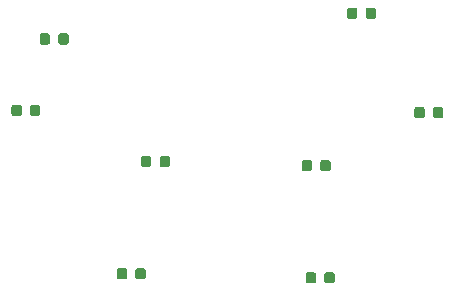
<source format=gbr>
G04 #@! TF.GenerationSoftware,KiCad,Pcbnew,(5.1.5)-3*
G04 #@! TF.CreationDate,2020-10-24T11:26:36-07:00*
G04 #@! TF.ProjectId,xmas_heart_2020,786d6173-5f68-4656-9172-745f32303230,rev?*
G04 #@! TF.SameCoordinates,Original*
G04 #@! TF.FileFunction,Paste,Top*
G04 #@! TF.FilePolarity,Positive*
%FSLAX46Y46*%
G04 Gerber Fmt 4.6, Leading zero omitted, Abs format (unit mm)*
G04 Created by KiCad (PCBNEW (5.1.5)-3) date 2020-10-24 11:26:36*
%MOMM*%
%LPD*%
G04 APERTURE LIST*
%ADD10C,0.100000*%
G04 APERTURE END LIST*
D10*
G36*
X89965191Y-24501053D02*
G01*
X89986426Y-24504203D01*
X90007250Y-24509419D01*
X90027462Y-24516651D01*
X90046868Y-24525830D01*
X90065281Y-24536866D01*
X90082524Y-24549654D01*
X90098430Y-24564070D01*
X90112846Y-24579976D01*
X90125634Y-24597219D01*
X90136670Y-24615632D01*
X90145849Y-24635038D01*
X90153081Y-24655250D01*
X90158297Y-24676074D01*
X90161447Y-24697309D01*
X90162500Y-24718750D01*
X90162500Y-25231250D01*
X90161447Y-25252691D01*
X90158297Y-25273926D01*
X90153081Y-25294750D01*
X90145849Y-25314962D01*
X90136670Y-25334368D01*
X90125634Y-25352781D01*
X90112846Y-25370024D01*
X90098430Y-25385930D01*
X90082524Y-25400346D01*
X90065281Y-25413134D01*
X90046868Y-25424170D01*
X90027462Y-25433349D01*
X90007250Y-25440581D01*
X89986426Y-25445797D01*
X89965191Y-25448947D01*
X89943750Y-25450000D01*
X89506250Y-25450000D01*
X89484809Y-25448947D01*
X89463574Y-25445797D01*
X89442750Y-25440581D01*
X89422538Y-25433349D01*
X89403132Y-25424170D01*
X89384719Y-25413134D01*
X89367476Y-25400346D01*
X89351570Y-25385930D01*
X89337154Y-25370024D01*
X89324366Y-25352781D01*
X89313330Y-25334368D01*
X89304151Y-25314962D01*
X89296919Y-25294750D01*
X89291703Y-25273926D01*
X89288553Y-25252691D01*
X89287500Y-25231250D01*
X89287500Y-24718750D01*
X89288553Y-24697309D01*
X89291703Y-24676074D01*
X89296919Y-24655250D01*
X89304151Y-24635038D01*
X89313330Y-24615632D01*
X89324366Y-24597219D01*
X89337154Y-24579976D01*
X89351570Y-24564070D01*
X89367476Y-24549654D01*
X89384719Y-24536866D01*
X89403132Y-24525830D01*
X89422538Y-24516651D01*
X89442750Y-24509419D01*
X89463574Y-24504203D01*
X89484809Y-24501053D01*
X89506250Y-24500000D01*
X89943750Y-24500000D01*
X89965191Y-24501053D01*
G37*
G36*
X91540191Y-24501053D02*
G01*
X91561426Y-24504203D01*
X91582250Y-24509419D01*
X91602462Y-24516651D01*
X91621868Y-24525830D01*
X91640281Y-24536866D01*
X91657524Y-24549654D01*
X91673430Y-24564070D01*
X91687846Y-24579976D01*
X91700634Y-24597219D01*
X91711670Y-24615632D01*
X91720849Y-24635038D01*
X91728081Y-24655250D01*
X91733297Y-24676074D01*
X91736447Y-24697309D01*
X91737500Y-24718750D01*
X91737500Y-25231250D01*
X91736447Y-25252691D01*
X91733297Y-25273926D01*
X91728081Y-25294750D01*
X91720849Y-25314962D01*
X91711670Y-25334368D01*
X91700634Y-25352781D01*
X91687846Y-25370024D01*
X91673430Y-25385930D01*
X91657524Y-25400346D01*
X91640281Y-25413134D01*
X91621868Y-25424170D01*
X91602462Y-25433349D01*
X91582250Y-25440581D01*
X91561426Y-25445797D01*
X91540191Y-25448947D01*
X91518750Y-25450000D01*
X91081250Y-25450000D01*
X91059809Y-25448947D01*
X91038574Y-25445797D01*
X91017750Y-25440581D01*
X90997538Y-25433349D01*
X90978132Y-25424170D01*
X90959719Y-25413134D01*
X90942476Y-25400346D01*
X90926570Y-25385930D01*
X90912154Y-25370024D01*
X90899366Y-25352781D01*
X90888330Y-25334368D01*
X90879151Y-25314962D01*
X90871919Y-25294750D01*
X90866703Y-25273926D01*
X90863553Y-25252691D01*
X90862500Y-25231250D01*
X90862500Y-24718750D01*
X90863553Y-24697309D01*
X90866703Y-24676074D01*
X90871919Y-24655250D01*
X90879151Y-24635038D01*
X90888330Y-24615632D01*
X90899366Y-24597219D01*
X90912154Y-24579976D01*
X90926570Y-24564070D01*
X90942476Y-24549654D01*
X90959719Y-24536866D01*
X90978132Y-24525830D01*
X90997538Y-24516651D01*
X91017750Y-24509419D01*
X91038574Y-24504203D01*
X91059809Y-24501053D01*
X91081250Y-24500000D01*
X91518750Y-24500000D01*
X91540191Y-24501053D01*
G37*
G36*
X115990191Y-22326053D02*
G01*
X116011426Y-22329203D01*
X116032250Y-22334419D01*
X116052462Y-22341651D01*
X116071868Y-22350830D01*
X116090281Y-22361866D01*
X116107524Y-22374654D01*
X116123430Y-22389070D01*
X116137846Y-22404976D01*
X116150634Y-22422219D01*
X116161670Y-22440632D01*
X116170849Y-22460038D01*
X116178081Y-22480250D01*
X116183297Y-22501074D01*
X116186447Y-22522309D01*
X116187500Y-22543750D01*
X116187500Y-23056250D01*
X116186447Y-23077691D01*
X116183297Y-23098926D01*
X116178081Y-23119750D01*
X116170849Y-23139962D01*
X116161670Y-23159368D01*
X116150634Y-23177781D01*
X116137846Y-23195024D01*
X116123430Y-23210930D01*
X116107524Y-23225346D01*
X116090281Y-23238134D01*
X116071868Y-23249170D01*
X116052462Y-23258349D01*
X116032250Y-23265581D01*
X116011426Y-23270797D01*
X115990191Y-23273947D01*
X115968750Y-23275000D01*
X115531250Y-23275000D01*
X115509809Y-23273947D01*
X115488574Y-23270797D01*
X115467750Y-23265581D01*
X115447538Y-23258349D01*
X115428132Y-23249170D01*
X115409719Y-23238134D01*
X115392476Y-23225346D01*
X115376570Y-23210930D01*
X115362154Y-23195024D01*
X115349366Y-23177781D01*
X115338330Y-23159368D01*
X115329151Y-23139962D01*
X115321919Y-23119750D01*
X115316703Y-23098926D01*
X115313553Y-23077691D01*
X115312500Y-23056250D01*
X115312500Y-22543750D01*
X115313553Y-22522309D01*
X115316703Y-22501074D01*
X115321919Y-22480250D01*
X115329151Y-22460038D01*
X115338330Y-22440632D01*
X115349366Y-22422219D01*
X115362154Y-22404976D01*
X115376570Y-22389070D01*
X115392476Y-22374654D01*
X115409719Y-22361866D01*
X115428132Y-22350830D01*
X115447538Y-22341651D01*
X115467750Y-22334419D01*
X115488574Y-22329203D01*
X115509809Y-22326053D01*
X115531250Y-22325000D01*
X115968750Y-22325000D01*
X115990191Y-22326053D01*
G37*
G36*
X117565191Y-22326053D02*
G01*
X117586426Y-22329203D01*
X117607250Y-22334419D01*
X117627462Y-22341651D01*
X117646868Y-22350830D01*
X117665281Y-22361866D01*
X117682524Y-22374654D01*
X117698430Y-22389070D01*
X117712846Y-22404976D01*
X117725634Y-22422219D01*
X117736670Y-22440632D01*
X117745849Y-22460038D01*
X117753081Y-22480250D01*
X117758297Y-22501074D01*
X117761447Y-22522309D01*
X117762500Y-22543750D01*
X117762500Y-23056250D01*
X117761447Y-23077691D01*
X117758297Y-23098926D01*
X117753081Y-23119750D01*
X117745849Y-23139962D01*
X117736670Y-23159368D01*
X117725634Y-23177781D01*
X117712846Y-23195024D01*
X117698430Y-23210930D01*
X117682524Y-23225346D01*
X117665281Y-23238134D01*
X117646868Y-23249170D01*
X117627462Y-23258349D01*
X117607250Y-23265581D01*
X117586426Y-23270797D01*
X117565191Y-23273947D01*
X117543750Y-23275000D01*
X117106250Y-23275000D01*
X117084809Y-23273947D01*
X117063574Y-23270797D01*
X117042750Y-23265581D01*
X117022538Y-23258349D01*
X117003132Y-23249170D01*
X116984719Y-23238134D01*
X116967476Y-23225346D01*
X116951570Y-23210930D01*
X116937154Y-23195024D01*
X116924366Y-23177781D01*
X116913330Y-23159368D01*
X116904151Y-23139962D01*
X116896919Y-23119750D01*
X116891703Y-23098926D01*
X116888553Y-23077691D01*
X116887500Y-23056250D01*
X116887500Y-22543750D01*
X116888553Y-22522309D01*
X116891703Y-22501074D01*
X116896919Y-22480250D01*
X116904151Y-22460038D01*
X116913330Y-22440632D01*
X116924366Y-22422219D01*
X116937154Y-22404976D01*
X116951570Y-22389070D01*
X116967476Y-22374654D01*
X116984719Y-22361866D01*
X117003132Y-22350830D01*
X117022538Y-22341651D01*
X117042750Y-22334419D01*
X117063574Y-22329203D01*
X117084809Y-22326053D01*
X117106250Y-22325000D01*
X117543750Y-22325000D01*
X117565191Y-22326053D01*
G37*
G36*
X87577691Y-30551053D02*
G01*
X87598926Y-30554203D01*
X87619750Y-30559419D01*
X87639962Y-30566651D01*
X87659368Y-30575830D01*
X87677781Y-30586866D01*
X87695024Y-30599654D01*
X87710930Y-30614070D01*
X87725346Y-30629976D01*
X87738134Y-30647219D01*
X87749170Y-30665632D01*
X87758349Y-30685038D01*
X87765581Y-30705250D01*
X87770797Y-30726074D01*
X87773947Y-30747309D01*
X87775000Y-30768750D01*
X87775000Y-31281250D01*
X87773947Y-31302691D01*
X87770797Y-31323926D01*
X87765581Y-31344750D01*
X87758349Y-31364962D01*
X87749170Y-31384368D01*
X87738134Y-31402781D01*
X87725346Y-31420024D01*
X87710930Y-31435930D01*
X87695024Y-31450346D01*
X87677781Y-31463134D01*
X87659368Y-31474170D01*
X87639962Y-31483349D01*
X87619750Y-31490581D01*
X87598926Y-31495797D01*
X87577691Y-31498947D01*
X87556250Y-31500000D01*
X87118750Y-31500000D01*
X87097309Y-31498947D01*
X87076074Y-31495797D01*
X87055250Y-31490581D01*
X87035038Y-31483349D01*
X87015632Y-31474170D01*
X86997219Y-31463134D01*
X86979976Y-31450346D01*
X86964070Y-31435930D01*
X86949654Y-31420024D01*
X86936866Y-31402781D01*
X86925830Y-31384368D01*
X86916651Y-31364962D01*
X86909419Y-31344750D01*
X86904203Y-31323926D01*
X86901053Y-31302691D01*
X86900000Y-31281250D01*
X86900000Y-30768750D01*
X86901053Y-30747309D01*
X86904203Y-30726074D01*
X86909419Y-30705250D01*
X86916651Y-30685038D01*
X86925830Y-30665632D01*
X86936866Y-30647219D01*
X86949654Y-30629976D01*
X86964070Y-30614070D01*
X86979976Y-30599654D01*
X86997219Y-30586866D01*
X87015632Y-30575830D01*
X87035038Y-30566651D01*
X87055250Y-30559419D01*
X87076074Y-30554203D01*
X87097309Y-30551053D01*
X87118750Y-30550000D01*
X87556250Y-30550000D01*
X87577691Y-30551053D01*
G37*
G36*
X89152691Y-30551053D02*
G01*
X89173926Y-30554203D01*
X89194750Y-30559419D01*
X89214962Y-30566651D01*
X89234368Y-30575830D01*
X89252781Y-30586866D01*
X89270024Y-30599654D01*
X89285930Y-30614070D01*
X89300346Y-30629976D01*
X89313134Y-30647219D01*
X89324170Y-30665632D01*
X89333349Y-30685038D01*
X89340581Y-30705250D01*
X89345797Y-30726074D01*
X89348947Y-30747309D01*
X89350000Y-30768750D01*
X89350000Y-31281250D01*
X89348947Y-31302691D01*
X89345797Y-31323926D01*
X89340581Y-31344750D01*
X89333349Y-31364962D01*
X89324170Y-31384368D01*
X89313134Y-31402781D01*
X89300346Y-31420024D01*
X89285930Y-31435930D01*
X89270024Y-31450346D01*
X89252781Y-31463134D01*
X89234368Y-31474170D01*
X89214962Y-31483349D01*
X89194750Y-31490581D01*
X89173926Y-31495797D01*
X89152691Y-31498947D01*
X89131250Y-31500000D01*
X88693750Y-31500000D01*
X88672309Y-31498947D01*
X88651074Y-31495797D01*
X88630250Y-31490581D01*
X88610038Y-31483349D01*
X88590632Y-31474170D01*
X88572219Y-31463134D01*
X88554976Y-31450346D01*
X88539070Y-31435930D01*
X88524654Y-31420024D01*
X88511866Y-31402781D01*
X88500830Y-31384368D01*
X88491651Y-31364962D01*
X88484419Y-31344750D01*
X88479203Y-31323926D01*
X88476053Y-31302691D01*
X88475000Y-31281250D01*
X88475000Y-30768750D01*
X88476053Y-30747309D01*
X88479203Y-30726074D01*
X88484419Y-30705250D01*
X88491651Y-30685038D01*
X88500830Y-30665632D01*
X88511866Y-30647219D01*
X88524654Y-30629976D01*
X88539070Y-30614070D01*
X88554976Y-30599654D01*
X88572219Y-30586866D01*
X88590632Y-30575830D01*
X88610038Y-30566651D01*
X88630250Y-30559419D01*
X88651074Y-30554203D01*
X88672309Y-30551053D01*
X88693750Y-30550000D01*
X89131250Y-30550000D01*
X89152691Y-30551053D01*
G37*
G36*
X121690191Y-30726053D02*
G01*
X121711426Y-30729203D01*
X121732250Y-30734419D01*
X121752462Y-30741651D01*
X121771868Y-30750830D01*
X121790281Y-30761866D01*
X121807524Y-30774654D01*
X121823430Y-30789070D01*
X121837846Y-30804976D01*
X121850634Y-30822219D01*
X121861670Y-30840632D01*
X121870849Y-30860038D01*
X121878081Y-30880250D01*
X121883297Y-30901074D01*
X121886447Y-30922309D01*
X121887500Y-30943750D01*
X121887500Y-31456250D01*
X121886447Y-31477691D01*
X121883297Y-31498926D01*
X121878081Y-31519750D01*
X121870849Y-31539962D01*
X121861670Y-31559368D01*
X121850634Y-31577781D01*
X121837846Y-31595024D01*
X121823430Y-31610930D01*
X121807524Y-31625346D01*
X121790281Y-31638134D01*
X121771868Y-31649170D01*
X121752462Y-31658349D01*
X121732250Y-31665581D01*
X121711426Y-31670797D01*
X121690191Y-31673947D01*
X121668750Y-31675000D01*
X121231250Y-31675000D01*
X121209809Y-31673947D01*
X121188574Y-31670797D01*
X121167750Y-31665581D01*
X121147538Y-31658349D01*
X121128132Y-31649170D01*
X121109719Y-31638134D01*
X121092476Y-31625346D01*
X121076570Y-31610930D01*
X121062154Y-31595024D01*
X121049366Y-31577781D01*
X121038330Y-31559368D01*
X121029151Y-31539962D01*
X121021919Y-31519750D01*
X121016703Y-31498926D01*
X121013553Y-31477691D01*
X121012500Y-31456250D01*
X121012500Y-30943750D01*
X121013553Y-30922309D01*
X121016703Y-30901074D01*
X121021919Y-30880250D01*
X121029151Y-30860038D01*
X121038330Y-30840632D01*
X121049366Y-30822219D01*
X121062154Y-30804976D01*
X121076570Y-30789070D01*
X121092476Y-30774654D01*
X121109719Y-30761866D01*
X121128132Y-30750830D01*
X121147538Y-30741651D01*
X121167750Y-30734419D01*
X121188574Y-30729203D01*
X121209809Y-30726053D01*
X121231250Y-30725000D01*
X121668750Y-30725000D01*
X121690191Y-30726053D01*
G37*
G36*
X123265191Y-30726053D02*
G01*
X123286426Y-30729203D01*
X123307250Y-30734419D01*
X123327462Y-30741651D01*
X123346868Y-30750830D01*
X123365281Y-30761866D01*
X123382524Y-30774654D01*
X123398430Y-30789070D01*
X123412846Y-30804976D01*
X123425634Y-30822219D01*
X123436670Y-30840632D01*
X123445849Y-30860038D01*
X123453081Y-30880250D01*
X123458297Y-30901074D01*
X123461447Y-30922309D01*
X123462500Y-30943750D01*
X123462500Y-31456250D01*
X123461447Y-31477691D01*
X123458297Y-31498926D01*
X123453081Y-31519750D01*
X123445849Y-31539962D01*
X123436670Y-31559368D01*
X123425634Y-31577781D01*
X123412846Y-31595024D01*
X123398430Y-31610930D01*
X123382524Y-31625346D01*
X123365281Y-31638134D01*
X123346868Y-31649170D01*
X123327462Y-31658349D01*
X123307250Y-31665581D01*
X123286426Y-31670797D01*
X123265191Y-31673947D01*
X123243750Y-31675000D01*
X122806250Y-31675000D01*
X122784809Y-31673947D01*
X122763574Y-31670797D01*
X122742750Y-31665581D01*
X122722538Y-31658349D01*
X122703132Y-31649170D01*
X122684719Y-31638134D01*
X122667476Y-31625346D01*
X122651570Y-31610930D01*
X122637154Y-31595024D01*
X122624366Y-31577781D01*
X122613330Y-31559368D01*
X122604151Y-31539962D01*
X122596919Y-31519750D01*
X122591703Y-31498926D01*
X122588553Y-31477691D01*
X122587500Y-31456250D01*
X122587500Y-30943750D01*
X122588553Y-30922309D01*
X122591703Y-30901074D01*
X122596919Y-30880250D01*
X122604151Y-30860038D01*
X122613330Y-30840632D01*
X122624366Y-30822219D01*
X122637154Y-30804976D01*
X122651570Y-30789070D01*
X122667476Y-30774654D01*
X122684719Y-30761866D01*
X122703132Y-30750830D01*
X122722538Y-30741651D01*
X122742750Y-30734419D01*
X122763574Y-30729203D01*
X122784809Y-30726053D01*
X122806250Y-30725000D01*
X123243750Y-30725000D01*
X123265191Y-30726053D01*
G37*
G36*
X98540191Y-34876053D02*
G01*
X98561426Y-34879203D01*
X98582250Y-34884419D01*
X98602462Y-34891651D01*
X98621868Y-34900830D01*
X98640281Y-34911866D01*
X98657524Y-34924654D01*
X98673430Y-34939070D01*
X98687846Y-34954976D01*
X98700634Y-34972219D01*
X98711670Y-34990632D01*
X98720849Y-35010038D01*
X98728081Y-35030250D01*
X98733297Y-35051074D01*
X98736447Y-35072309D01*
X98737500Y-35093750D01*
X98737500Y-35606250D01*
X98736447Y-35627691D01*
X98733297Y-35648926D01*
X98728081Y-35669750D01*
X98720849Y-35689962D01*
X98711670Y-35709368D01*
X98700634Y-35727781D01*
X98687846Y-35745024D01*
X98673430Y-35760930D01*
X98657524Y-35775346D01*
X98640281Y-35788134D01*
X98621868Y-35799170D01*
X98602462Y-35808349D01*
X98582250Y-35815581D01*
X98561426Y-35820797D01*
X98540191Y-35823947D01*
X98518750Y-35825000D01*
X98081250Y-35825000D01*
X98059809Y-35823947D01*
X98038574Y-35820797D01*
X98017750Y-35815581D01*
X97997538Y-35808349D01*
X97978132Y-35799170D01*
X97959719Y-35788134D01*
X97942476Y-35775346D01*
X97926570Y-35760930D01*
X97912154Y-35745024D01*
X97899366Y-35727781D01*
X97888330Y-35709368D01*
X97879151Y-35689962D01*
X97871919Y-35669750D01*
X97866703Y-35648926D01*
X97863553Y-35627691D01*
X97862500Y-35606250D01*
X97862500Y-35093750D01*
X97863553Y-35072309D01*
X97866703Y-35051074D01*
X97871919Y-35030250D01*
X97879151Y-35010038D01*
X97888330Y-34990632D01*
X97899366Y-34972219D01*
X97912154Y-34954976D01*
X97926570Y-34939070D01*
X97942476Y-34924654D01*
X97959719Y-34911866D01*
X97978132Y-34900830D01*
X97997538Y-34891651D01*
X98017750Y-34884419D01*
X98038574Y-34879203D01*
X98059809Y-34876053D01*
X98081250Y-34875000D01*
X98518750Y-34875000D01*
X98540191Y-34876053D01*
G37*
G36*
X100115191Y-34876053D02*
G01*
X100136426Y-34879203D01*
X100157250Y-34884419D01*
X100177462Y-34891651D01*
X100196868Y-34900830D01*
X100215281Y-34911866D01*
X100232524Y-34924654D01*
X100248430Y-34939070D01*
X100262846Y-34954976D01*
X100275634Y-34972219D01*
X100286670Y-34990632D01*
X100295849Y-35010038D01*
X100303081Y-35030250D01*
X100308297Y-35051074D01*
X100311447Y-35072309D01*
X100312500Y-35093750D01*
X100312500Y-35606250D01*
X100311447Y-35627691D01*
X100308297Y-35648926D01*
X100303081Y-35669750D01*
X100295849Y-35689962D01*
X100286670Y-35709368D01*
X100275634Y-35727781D01*
X100262846Y-35745024D01*
X100248430Y-35760930D01*
X100232524Y-35775346D01*
X100215281Y-35788134D01*
X100196868Y-35799170D01*
X100177462Y-35808349D01*
X100157250Y-35815581D01*
X100136426Y-35820797D01*
X100115191Y-35823947D01*
X100093750Y-35825000D01*
X99656250Y-35825000D01*
X99634809Y-35823947D01*
X99613574Y-35820797D01*
X99592750Y-35815581D01*
X99572538Y-35808349D01*
X99553132Y-35799170D01*
X99534719Y-35788134D01*
X99517476Y-35775346D01*
X99501570Y-35760930D01*
X99487154Y-35745024D01*
X99474366Y-35727781D01*
X99463330Y-35709368D01*
X99454151Y-35689962D01*
X99446919Y-35669750D01*
X99441703Y-35648926D01*
X99438553Y-35627691D01*
X99437500Y-35606250D01*
X99437500Y-35093750D01*
X99438553Y-35072309D01*
X99441703Y-35051074D01*
X99446919Y-35030250D01*
X99454151Y-35010038D01*
X99463330Y-34990632D01*
X99474366Y-34972219D01*
X99487154Y-34954976D01*
X99501570Y-34939070D01*
X99517476Y-34924654D01*
X99534719Y-34911866D01*
X99553132Y-34900830D01*
X99572538Y-34891651D01*
X99592750Y-34884419D01*
X99613574Y-34879203D01*
X99634809Y-34876053D01*
X99656250Y-34875000D01*
X100093750Y-34875000D01*
X100115191Y-34876053D01*
G37*
G36*
X112152691Y-35226053D02*
G01*
X112173926Y-35229203D01*
X112194750Y-35234419D01*
X112214962Y-35241651D01*
X112234368Y-35250830D01*
X112252781Y-35261866D01*
X112270024Y-35274654D01*
X112285930Y-35289070D01*
X112300346Y-35304976D01*
X112313134Y-35322219D01*
X112324170Y-35340632D01*
X112333349Y-35360038D01*
X112340581Y-35380250D01*
X112345797Y-35401074D01*
X112348947Y-35422309D01*
X112350000Y-35443750D01*
X112350000Y-35956250D01*
X112348947Y-35977691D01*
X112345797Y-35998926D01*
X112340581Y-36019750D01*
X112333349Y-36039962D01*
X112324170Y-36059368D01*
X112313134Y-36077781D01*
X112300346Y-36095024D01*
X112285930Y-36110930D01*
X112270024Y-36125346D01*
X112252781Y-36138134D01*
X112234368Y-36149170D01*
X112214962Y-36158349D01*
X112194750Y-36165581D01*
X112173926Y-36170797D01*
X112152691Y-36173947D01*
X112131250Y-36175000D01*
X111693750Y-36175000D01*
X111672309Y-36173947D01*
X111651074Y-36170797D01*
X111630250Y-36165581D01*
X111610038Y-36158349D01*
X111590632Y-36149170D01*
X111572219Y-36138134D01*
X111554976Y-36125346D01*
X111539070Y-36110930D01*
X111524654Y-36095024D01*
X111511866Y-36077781D01*
X111500830Y-36059368D01*
X111491651Y-36039962D01*
X111484419Y-36019750D01*
X111479203Y-35998926D01*
X111476053Y-35977691D01*
X111475000Y-35956250D01*
X111475000Y-35443750D01*
X111476053Y-35422309D01*
X111479203Y-35401074D01*
X111484419Y-35380250D01*
X111491651Y-35360038D01*
X111500830Y-35340632D01*
X111511866Y-35322219D01*
X111524654Y-35304976D01*
X111539070Y-35289070D01*
X111554976Y-35274654D01*
X111572219Y-35261866D01*
X111590632Y-35250830D01*
X111610038Y-35241651D01*
X111630250Y-35234419D01*
X111651074Y-35229203D01*
X111672309Y-35226053D01*
X111693750Y-35225000D01*
X112131250Y-35225000D01*
X112152691Y-35226053D01*
G37*
G36*
X113727691Y-35226053D02*
G01*
X113748926Y-35229203D01*
X113769750Y-35234419D01*
X113789962Y-35241651D01*
X113809368Y-35250830D01*
X113827781Y-35261866D01*
X113845024Y-35274654D01*
X113860930Y-35289070D01*
X113875346Y-35304976D01*
X113888134Y-35322219D01*
X113899170Y-35340632D01*
X113908349Y-35360038D01*
X113915581Y-35380250D01*
X113920797Y-35401074D01*
X113923947Y-35422309D01*
X113925000Y-35443750D01*
X113925000Y-35956250D01*
X113923947Y-35977691D01*
X113920797Y-35998926D01*
X113915581Y-36019750D01*
X113908349Y-36039962D01*
X113899170Y-36059368D01*
X113888134Y-36077781D01*
X113875346Y-36095024D01*
X113860930Y-36110930D01*
X113845024Y-36125346D01*
X113827781Y-36138134D01*
X113809368Y-36149170D01*
X113789962Y-36158349D01*
X113769750Y-36165581D01*
X113748926Y-36170797D01*
X113727691Y-36173947D01*
X113706250Y-36175000D01*
X113268750Y-36175000D01*
X113247309Y-36173947D01*
X113226074Y-36170797D01*
X113205250Y-36165581D01*
X113185038Y-36158349D01*
X113165632Y-36149170D01*
X113147219Y-36138134D01*
X113129976Y-36125346D01*
X113114070Y-36110930D01*
X113099654Y-36095024D01*
X113086866Y-36077781D01*
X113075830Y-36059368D01*
X113066651Y-36039962D01*
X113059419Y-36019750D01*
X113054203Y-35998926D01*
X113051053Y-35977691D01*
X113050000Y-35956250D01*
X113050000Y-35443750D01*
X113051053Y-35422309D01*
X113054203Y-35401074D01*
X113059419Y-35380250D01*
X113066651Y-35360038D01*
X113075830Y-35340632D01*
X113086866Y-35322219D01*
X113099654Y-35304976D01*
X113114070Y-35289070D01*
X113129976Y-35274654D01*
X113147219Y-35261866D01*
X113165632Y-35250830D01*
X113185038Y-35241651D01*
X113205250Y-35234419D01*
X113226074Y-35229203D01*
X113247309Y-35226053D01*
X113268750Y-35225000D01*
X113706250Y-35225000D01*
X113727691Y-35226053D01*
G37*
G36*
X96502691Y-44376053D02*
G01*
X96523926Y-44379203D01*
X96544750Y-44384419D01*
X96564962Y-44391651D01*
X96584368Y-44400830D01*
X96602781Y-44411866D01*
X96620024Y-44424654D01*
X96635930Y-44439070D01*
X96650346Y-44454976D01*
X96663134Y-44472219D01*
X96674170Y-44490632D01*
X96683349Y-44510038D01*
X96690581Y-44530250D01*
X96695797Y-44551074D01*
X96698947Y-44572309D01*
X96700000Y-44593750D01*
X96700000Y-45106250D01*
X96698947Y-45127691D01*
X96695797Y-45148926D01*
X96690581Y-45169750D01*
X96683349Y-45189962D01*
X96674170Y-45209368D01*
X96663134Y-45227781D01*
X96650346Y-45245024D01*
X96635930Y-45260930D01*
X96620024Y-45275346D01*
X96602781Y-45288134D01*
X96584368Y-45299170D01*
X96564962Y-45308349D01*
X96544750Y-45315581D01*
X96523926Y-45320797D01*
X96502691Y-45323947D01*
X96481250Y-45325000D01*
X96043750Y-45325000D01*
X96022309Y-45323947D01*
X96001074Y-45320797D01*
X95980250Y-45315581D01*
X95960038Y-45308349D01*
X95940632Y-45299170D01*
X95922219Y-45288134D01*
X95904976Y-45275346D01*
X95889070Y-45260930D01*
X95874654Y-45245024D01*
X95861866Y-45227781D01*
X95850830Y-45209368D01*
X95841651Y-45189962D01*
X95834419Y-45169750D01*
X95829203Y-45148926D01*
X95826053Y-45127691D01*
X95825000Y-45106250D01*
X95825000Y-44593750D01*
X95826053Y-44572309D01*
X95829203Y-44551074D01*
X95834419Y-44530250D01*
X95841651Y-44510038D01*
X95850830Y-44490632D01*
X95861866Y-44472219D01*
X95874654Y-44454976D01*
X95889070Y-44439070D01*
X95904976Y-44424654D01*
X95922219Y-44411866D01*
X95940632Y-44400830D01*
X95960038Y-44391651D01*
X95980250Y-44384419D01*
X96001074Y-44379203D01*
X96022309Y-44376053D01*
X96043750Y-44375000D01*
X96481250Y-44375000D01*
X96502691Y-44376053D01*
G37*
G36*
X98077691Y-44376053D02*
G01*
X98098926Y-44379203D01*
X98119750Y-44384419D01*
X98139962Y-44391651D01*
X98159368Y-44400830D01*
X98177781Y-44411866D01*
X98195024Y-44424654D01*
X98210930Y-44439070D01*
X98225346Y-44454976D01*
X98238134Y-44472219D01*
X98249170Y-44490632D01*
X98258349Y-44510038D01*
X98265581Y-44530250D01*
X98270797Y-44551074D01*
X98273947Y-44572309D01*
X98275000Y-44593750D01*
X98275000Y-45106250D01*
X98273947Y-45127691D01*
X98270797Y-45148926D01*
X98265581Y-45169750D01*
X98258349Y-45189962D01*
X98249170Y-45209368D01*
X98238134Y-45227781D01*
X98225346Y-45245024D01*
X98210930Y-45260930D01*
X98195024Y-45275346D01*
X98177781Y-45288134D01*
X98159368Y-45299170D01*
X98139962Y-45308349D01*
X98119750Y-45315581D01*
X98098926Y-45320797D01*
X98077691Y-45323947D01*
X98056250Y-45325000D01*
X97618750Y-45325000D01*
X97597309Y-45323947D01*
X97576074Y-45320797D01*
X97555250Y-45315581D01*
X97535038Y-45308349D01*
X97515632Y-45299170D01*
X97497219Y-45288134D01*
X97479976Y-45275346D01*
X97464070Y-45260930D01*
X97449654Y-45245024D01*
X97436866Y-45227781D01*
X97425830Y-45209368D01*
X97416651Y-45189962D01*
X97409419Y-45169750D01*
X97404203Y-45148926D01*
X97401053Y-45127691D01*
X97400000Y-45106250D01*
X97400000Y-44593750D01*
X97401053Y-44572309D01*
X97404203Y-44551074D01*
X97409419Y-44530250D01*
X97416651Y-44510038D01*
X97425830Y-44490632D01*
X97436866Y-44472219D01*
X97449654Y-44454976D01*
X97464070Y-44439070D01*
X97479976Y-44424654D01*
X97497219Y-44411866D01*
X97515632Y-44400830D01*
X97535038Y-44391651D01*
X97555250Y-44384419D01*
X97576074Y-44379203D01*
X97597309Y-44376053D01*
X97618750Y-44375000D01*
X98056250Y-44375000D01*
X98077691Y-44376053D01*
G37*
G36*
X112490191Y-44726053D02*
G01*
X112511426Y-44729203D01*
X112532250Y-44734419D01*
X112552462Y-44741651D01*
X112571868Y-44750830D01*
X112590281Y-44761866D01*
X112607524Y-44774654D01*
X112623430Y-44789070D01*
X112637846Y-44804976D01*
X112650634Y-44822219D01*
X112661670Y-44840632D01*
X112670849Y-44860038D01*
X112678081Y-44880250D01*
X112683297Y-44901074D01*
X112686447Y-44922309D01*
X112687500Y-44943750D01*
X112687500Y-45456250D01*
X112686447Y-45477691D01*
X112683297Y-45498926D01*
X112678081Y-45519750D01*
X112670849Y-45539962D01*
X112661670Y-45559368D01*
X112650634Y-45577781D01*
X112637846Y-45595024D01*
X112623430Y-45610930D01*
X112607524Y-45625346D01*
X112590281Y-45638134D01*
X112571868Y-45649170D01*
X112552462Y-45658349D01*
X112532250Y-45665581D01*
X112511426Y-45670797D01*
X112490191Y-45673947D01*
X112468750Y-45675000D01*
X112031250Y-45675000D01*
X112009809Y-45673947D01*
X111988574Y-45670797D01*
X111967750Y-45665581D01*
X111947538Y-45658349D01*
X111928132Y-45649170D01*
X111909719Y-45638134D01*
X111892476Y-45625346D01*
X111876570Y-45610930D01*
X111862154Y-45595024D01*
X111849366Y-45577781D01*
X111838330Y-45559368D01*
X111829151Y-45539962D01*
X111821919Y-45519750D01*
X111816703Y-45498926D01*
X111813553Y-45477691D01*
X111812500Y-45456250D01*
X111812500Y-44943750D01*
X111813553Y-44922309D01*
X111816703Y-44901074D01*
X111821919Y-44880250D01*
X111829151Y-44860038D01*
X111838330Y-44840632D01*
X111849366Y-44822219D01*
X111862154Y-44804976D01*
X111876570Y-44789070D01*
X111892476Y-44774654D01*
X111909719Y-44761866D01*
X111928132Y-44750830D01*
X111947538Y-44741651D01*
X111967750Y-44734419D01*
X111988574Y-44729203D01*
X112009809Y-44726053D01*
X112031250Y-44725000D01*
X112468750Y-44725000D01*
X112490191Y-44726053D01*
G37*
G36*
X114065191Y-44726053D02*
G01*
X114086426Y-44729203D01*
X114107250Y-44734419D01*
X114127462Y-44741651D01*
X114146868Y-44750830D01*
X114165281Y-44761866D01*
X114182524Y-44774654D01*
X114198430Y-44789070D01*
X114212846Y-44804976D01*
X114225634Y-44822219D01*
X114236670Y-44840632D01*
X114245849Y-44860038D01*
X114253081Y-44880250D01*
X114258297Y-44901074D01*
X114261447Y-44922309D01*
X114262500Y-44943750D01*
X114262500Y-45456250D01*
X114261447Y-45477691D01*
X114258297Y-45498926D01*
X114253081Y-45519750D01*
X114245849Y-45539962D01*
X114236670Y-45559368D01*
X114225634Y-45577781D01*
X114212846Y-45595024D01*
X114198430Y-45610930D01*
X114182524Y-45625346D01*
X114165281Y-45638134D01*
X114146868Y-45649170D01*
X114127462Y-45658349D01*
X114107250Y-45665581D01*
X114086426Y-45670797D01*
X114065191Y-45673947D01*
X114043750Y-45675000D01*
X113606250Y-45675000D01*
X113584809Y-45673947D01*
X113563574Y-45670797D01*
X113542750Y-45665581D01*
X113522538Y-45658349D01*
X113503132Y-45649170D01*
X113484719Y-45638134D01*
X113467476Y-45625346D01*
X113451570Y-45610930D01*
X113437154Y-45595024D01*
X113424366Y-45577781D01*
X113413330Y-45559368D01*
X113404151Y-45539962D01*
X113396919Y-45519750D01*
X113391703Y-45498926D01*
X113388553Y-45477691D01*
X113387500Y-45456250D01*
X113387500Y-44943750D01*
X113388553Y-44922309D01*
X113391703Y-44901074D01*
X113396919Y-44880250D01*
X113404151Y-44860038D01*
X113413330Y-44840632D01*
X113424366Y-44822219D01*
X113437154Y-44804976D01*
X113451570Y-44789070D01*
X113467476Y-44774654D01*
X113484719Y-44761866D01*
X113503132Y-44750830D01*
X113522538Y-44741651D01*
X113542750Y-44734419D01*
X113563574Y-44729203D01*
X113584809Y-44726053D01*
X113606250Y-44725000D01*
X114043750Y-44725000D01*
X114065191Y-44726053D01*
G37*
M02*

</source>
